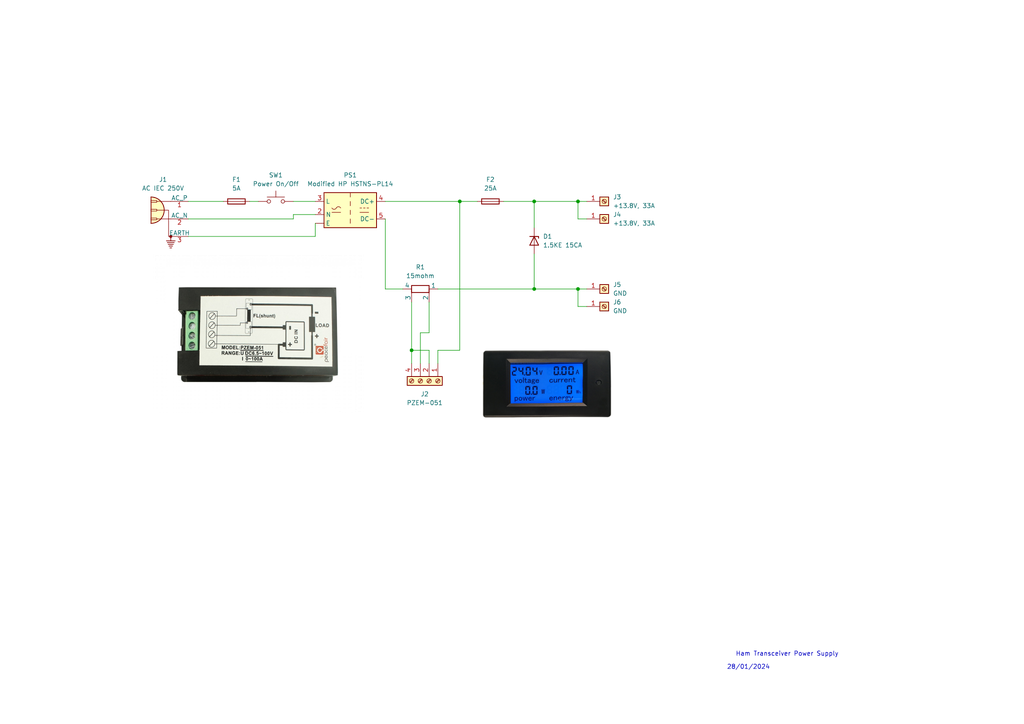
<source format=kicad_sch>
(kicad_sch (version 20211123) (generator eeschema)
  (paper "A4")
  (lib_symbols
    (symbol "Connector:Conn_WallSocket_Earth" (pin_names (offset 0))
      (property "Reference" "J" (at 3.81 6.985 0))
      (property "Value" "Conn_WallSocket_Earth" (at 7.62 2.54 90))
      (symbol "Conn_WallSocket_Earth_0_1"
        (circle (center 0 -5.08) (radius 0.3556) (fill (type outline)))
        (polyline (pts (xy -1.27 -6.35) (xy 1.27 -6.35)) (stroke (width 0.2032)))
        (polyline (pts (xy 0 -5.08) (xy 0 -6.35)) (stroke (width 0.2032)))
        (polyline (pts (xy 0.254 -8.382) (xy -0.254 -8.382)) (stroke (width 0.2032)))
        (polyline (pts (xy 0.508 -7.874) (xy -0.508 -7.874)) (stroke (width 0.2032)))
        (polyline (pts (xy 0.762 -7.366) (xy -0.762 -7.366)) (stroke (width 0.2032)))
        (polyline (pts (xy 1.016 -6.858) (xy -1.016 -6.858)) (stroke (width 0.2032)))
        (polyline (pts (xy 4.064 0) (xy 0 0)))
        (polyline (pts (xy 4.064 5.08) (xy 0 5.08)))
        (polyline (pts (xy 5.715 -1.27) (xy 5.715 6.35)) (stroke (width 0.254)))
        (polyline (pts (xy 0 -5.08) (xy 0.635 -5.08) (xy 0.635 2.54) (xy 4.064 2.54)))
        (rectangle (start 5.715 -0.254) (end 4.064 0.254))
        (rectangle (start 5.715 2.286) (end 4.064 2.794))
        (rectangle (start 5.715 4.826) (end 4.064 5.334))
        (arc (start 5.715 6.35) (mid 1.905 2.54) (end 5.715 -1.27) (stroke (width 0.254)) (fill (type background)))
      )
      (symbol "Conn_WallSocket_Earth_1_1"
        (pin power_in line (at -5.08 5.08 0) (length 5.08) (name "AC_P") (number "1"))
        (pin power_in line (at -5.08 0 0) (length 5.08) (name "AC_N") (number "2"))
        (pin passive line (at -5.08 -5.08 0) (length 5.08) (name "EARTH") (number "3"))
      )
    )
    (symbol "Connector:Screw_Terminal_01x01" (pin_names (offset 1.016) hide)
      (property "Reference" "J" (at 0 2.54 0))
      (property "Value" "Screw_Terminal_01x01" (at 0 -2.54 0))
      (symbol "Screw_Terminal_01x01_1_1"
        (rectangle (start -1.27 1.27) (end 1.27 -1.27) (stroke (width 0.254)) (fill (type background)))
        (polyline (pts (xy -0.5334 0.3302) (xy 0.3302 -0.508)) (stroke (width 0.1524)))
        (polyline (pts (xy -0.3556 0.508) (xy 0.508 -0.3302)) (stroke (width 0.1524)))
        (circle (center 0 0) (radius 0.635) (stroke (width 0.1524)))
        (pin passive line (at -5.08 0 0) (length 3.81) (name "Pin_1") (number "1"))
      )
    )
    (symbol "Connector:Screw_Terminal_01x04" (pin_names (offset 1.016) hide)
      (property "Reference" "J" (at 0 5.08 0))
      (property "Value" "Screw_Terminal_01x04" (at 0 -7.62 0))
      (symbol "Screw_Terminal_01x04_1_1"
        (rectangle (start -1.27 3.81) (end 1.27 -6.35) (stroke (width 0.254)) (fill (type background)))
        (circle (center 0 -5.08) (radius 0.635) (stroke (width 0.1524)))
        (circle (center 0 -2.54) (radius 0.635) (stroke (width 0.1524)))
        (polyline (pts (xy -0.5334 -4.7498) (xy 0.3302 -5.588)) (stroke (width 0.1524)))
        (polyline (pts (xy -0.5334 -2.2098) (xy 0.3302 -3.048)) (stroke (width 0.1524)))
        (polyline (pts (xy -0.5334 0.3302) (xy 0.3302 -0.508)) (stroke (width 0.1524)))
        (polyline (pts (xy -0.5334 2.8702) (xy 0.3302 2.032)) (stroke (width 0.1524)))
        (polyline (pts (xy -0.3556 -4.572) (xy 0.508 -5.4102)) (stroke (width 0.1524)))
        (polyline (pts (xy -0.3556 -2.032) (xy 0.508 -2.8702)) (stroke (width 0.1524)))
        (polyline (pts (xy -0.3556 0.508) (xy 0.508 -0.3302)) (stroke (width 0.1524)))
        (polyline (pts (xy -0.3556 3.048) (xy 0.508 2.2098)) (stroke (width 0.1524)))
        (circle (center 0 0) (radius 0.635) (stroke (width 0.1524)))
        (circle (center 0 2.54) (radius 0.635) (stroke (width 0.1524)))
        (pin passive line (at -5.08 2.54 0) (length 3.81) (name "Pin_1") (number "1"))
        (pin passive line (at -5.08 0 0) (length 3.81) (name "Pin_2") (number "2"))
        (pin passive line (at -5.08 -2.54 0) (length 3.81) (name "Pin_3") (number "3"))
        (pin passive line (at -5.08 -5.08 0) (length 3.81) (name "Pin_4") (number "4"))
      )
    )
    (symbol "Converter_ACDC:VTX-214-015-148"
      (property "Reference" "PS?" (at 0 10.16 0))
      (property "Value" "Modified HP HSTNS-PL14" (at 0 7.62 0))
      (symbol "VTX-214-015-148_0_1"
        (rectangle (start -7.62 5.08) (end 7.62 -5.08) (stroke (width 0.254)) (fill (type background)))
        (arc (start -5.334 0.635) (mid -4.699 0.2495) (end -4.064 0.635))
        (arc (start -2.794 0.635) (mid -3.429 1.0072) (end -4.064 0.635))
        (polyline (pts (xy -5.334 -0.635) (xy -2.794 -0.635)))
        (polyline (pts (xy 2.794 -0.635) (xy 5.334 -0.635)))
        (polyline (pts (xy 2.794 0.635) (xy 3.302 0.635)))
        (polyline (pts (xy 3.81 0.635) (xy 4.318 0.635)))
        (polyline (pts (xy 4.826 0.635) (xy 5.334 0.635)))
      )
      (symbol "VTX-214-015-148_1_1"
        (polyline (pts (xy 0 -2.54) (xy 0 -3.81)))
        (polyline (pts (xy 0 0) (xy 0 -1.27)))
        (polyline (pts (xy 0 2.54) (xy 0 1.27)))
        (polyline (pts (xy 0 5.08) (xy 0 3.81)))
        (pin input line (at -10.16 -3.81 0) (length 2.54) (name "E") (number ""))
        (pin no_connect line (at 0 -5.08 90) (length 2.54) hide (name "FG") (number "1"))
        (pin power_in line (at -10.16 -1.27 0) (length 2.54) (name "N") (number "2"))
        (pin power_in line (at -10.16 2.54 0) (length 2.54) (name "L") (number "3"))
        (pin power_out line (at 10.16 2.54 180) (length 2.54) (name "DC+") (number "4"))
        (pin power_out line (at 10.16 -2.54 180) (length 2.54) (name "DC-") (number "5"))
      )
    )
    (symbol "Device:D_Zener" (pin_numbers hide) (pin_names (offset 1.016) hide)
      (property "Reference" "D" (at 0 2.54 0))
      (property "Value" "D_Zener" (at 0 -2.54 0))
      (symbol "D_Zener_0_1"
        (polyline (pts (xy 1.27 0) (xy -1.27 0)))
        (polyline (pts (xy -1.27 -1.27) (xy -1.27 1.27) (xy -0.762 1.27)) (stroke (width 0.254)))
        (polyline (pts (xy 1.27 -1.27) (xy 1.27 1.27) (xy -1.27 0) (xy 1.27 -1.27)) (stroke (width 0.254)))
      )
      (symbol "D_Zener_1_1"
        (pin passive line (at -3.81 0 0) (length 2.54) (name "K") (number "1"))
        (pin passive line (at 3.81 0 180) (length 2.54) (name "A") (number "2"))
      )
    )
    (symbol "Device:Fuse" (pin_numbers hide) (pin_names (offset 0))
      (property "Reference" "F" (at 2.032 0 90))
      (property "Value" "Fuse" (at -1.905 0 90))
      (symbol "Fuse_0_1"
        (rectangle (start -0.762 -2.54) (end 0.762 2.54) (stroke (width 0.254)))
        (polyline (pts (xy 0 2.54) (xy 0 -2.54)))
      )
      (symbol "Fuse_1_1"
        (pin passive line (at 0 3.81 270) (length 1.27) (name "~") (number "1"))
        (pin passive line (at 0 -3.81 90) (length 1.27) (name "~") (number "2"))
      )
    )
    (symbol "Device:R_Shunt" (pin_numbers hide) (pin_names (offset 0))
      (property "Reference" "R" (at -4.445 0 90))
      (property "Value" "R_Shunt" (at -2.54 0 90))
      (symbol "R_Shunt_0_1"
        (rectangle (start -1.016 -2.54) (end 1.016 2.54) (stroke (width 0.254)))
        (polyline (pts (xy 0 -2.54) (xy 1.27 -2.54)))
        (polyline (pts (xy 1.27 2.54) (xy 0 2.54)))
      )
      (symbol "R_Shunt_1_1"
        (pin passive line (at 0 5.08 270) (length 2.54) (name "1") (number "1"))
        (pin passive line (at 3.81 2.54 180) (length 2.54) (name "2") (number "2"))
        (pin passive line (at 3.81 -2.54 180) (length 2.54) (name "3") (number "3"))
        (pin passive line (at 0 -5.08 90) (length 2.54) (name "4") (number "4"))
      )
    )
    (symbol "Switch:SW_Push" (pin_numbers hide) (pin_names (offset 1.016) hide)
      (property "Reference" "SW" (at 1.27 2.54 0))
      (property "Value" "SW_Push" (at 0 -1.524 0))
      (symbol "SW_Push_0_1"
        (circle (center -2.032 0) (radius 0.508))
        (polyline (pts (xy 0 1.27) (xy 0 3.048)))
        (polyline (pts (xy 2.54 1.27) (xy -2.54 1.27)))
        (circle (center 2.032 0) (radius 0.508))
        (pin passive line (at -5.08 0 0) (length 2.54) (name "1") (number "1"))
        (pin passive line (at 5.08 0 180) (length 2.54) (name "2") (number "2"))
      )
    )
  )
  (junction (at 154.94 83.82))
  (junction (at 167.64 83.82))
  (junction (at 133.35 58.42))
  (junction (at 119.38 101.6))
  (junction (at 167.64 58.42))
  (junction (at 154.94 58.42))
  (wire (pts (xy 74.93 58.42) (xy 72.39 58.42)))
  (wire (pts (xy 170.18 83.82) (xy 167.64 83.82)))
  (wire (pts (xy 116.84 83.82) (xy 111.76 83.82)))
  (wire (pts (xy 119.38 87.63) (xy 119.38 101.6)))
  (wire (pts (xy 124.46 105.41) (xy 124.46 101.6)))
  (wire (pts (xy 154.94 83.82) (xy 154.94 73.66)))
  (wire (pts (xy 133.35 58.42) (xy 138.43 58.42)))
  (wire (pts (xy 121.92 96.52) (xy 124.46 96.52)))
  (wire (pts (xy 146.05 58.42) (xy 154.94 58.42)))
  (wire (pts (xy 124.46 96.52) (xy 124.46 87.63)))
  (wire (pts (xy 170.18 63.5) (xy 167.64 63.5)))
  (wire (pts (xy 85.09 62.23) (xy 85.09 63.5)))
  (wire (pts (xy 133.35 101.6) (xy 133.35 58.42)))
  (wire (pts (xy 54.61 58.42) (xy 64.77 58.42)))
  (wire (pts (xy 111.76 63.5) (xy 111.76 83.82)))
  (wire (pts (xy 127 83.82) (xy 154.94 83.82)))
  (wire (pts (xy 111.76 58.42) (xy 133.35 58.42)))
  (wire (pts (xy 154.94 58.42) (xy 154.94 66.04)))
  (wire (pts (xy 124.46 101.6) (xy 119.38 101.6)))
  (wire (pts (xy 154.94 83.82) (xy 167.64 83.82)))
  (wire (pts (xy 170.18 58.42) (xy 167.64 58.42)))
  (wire (pts (xy 170.18 88.9) (xy 167.64 88.9)))
  (wire (pts (xy 167.64 63.5) (xy 167.64 58.42)))
  (wire (pts (xy 167.64 58.42) (xy 154.94 58.42)))
  (wire (pts (xy 121.92 105.41) (xy 121.92 96.52)))
  (wire (pts (xy 167.64 88.9) (xy 167.64 83.82)))
  (wire (pts (xy 127 105.41) (xy 127 101.6)))
  (wire (pts (xy 91.44 68.58) (xy 91.44 64.77)))
  (wire (pts (xy 127 101.6) (xy 133.35 101.6)))
  (wire (pts (xy 91.44 62.23) (xy 85.09 62.23)))
  (wire (pts (xy 85.09 58.42) (xy 91.44 58.42)))
  (wire (pts (xy 54.61 68.58) (xy 91.44 68.58)))
  (wire (pts (xy 85.09 63.5) (xy 54.61 63.5)))
  (wire (pts (xy 119.38 105.41) (xy 119.38 101.6)))
  (image (at 158.75 111.76) (scale 0.634491))
  (image (at 74.93 96.52) (scale 0.603382))
  (text "Ham Transceiver Power Supply" (at 213.36 190.5 0) (effects (font (size 1.27 1.27)) (justify left bottom)))
  (text "28/01/2024" (at 210.82 194.31 0) (effects (font (size 1.27 1.27)) (justify left bottom)))
  (symbol (lib_id "Connector:Screw_Terminal_01x04") (at 124.46 110.49 270) (unit 1)
    (property "Reference" "J2" (at 123.19 114.3 90))
    (property "Value" "PZEM-051" (at 123.19 116.84 90))
  )
  (symbol (lib_id "Connector:Screw_Terminal_01x01") (at 175.26 83.82 0) (unit 1)
    (property "Reference" "J5" (at 177.8 82.5499 0) (effects (justify left)))
    (property "Value" "GND" (at 177.8 85.0899 0) (effects (justify left)))
  )
  (symbol (lib_id "Device:Fuse") (at 142.24 58.42 270) (unit 1)
    (property "Reference" "F2" (at 142.24 52.07 90))
    (property "Value" "25A" (at 142.24 54.61 90))
  )
  (symbol (lib_id "Device:Fuse") (at 68.58 58.42 270) (unit 1)
    (property "Reference" "F1" (at 68.58 52.07 90))
    (property "Value" "5A" (at 68.58 54.61 90))
  )
  (symbol (lib_id "Device:D_Zener") (at 154.94 69.85 270) (unit 1)
    (property "Reference" "D1" (at 157.48 68.5799 90) (effects (justify left)))
    (property "Value" "1.5KE 15CA" (at 157.48 71.1199 90) (effects (justify left)))
  )
  (symbol (lib_id "Connector:Screw_Terminal_01x01") (at 175.26 63.5 0) (unit 1)
    (property "Reference" "J4" (at 177.8 62.2299 0) (effects (justify left)))
    (property "Value" "+13.8V, 33A" (at 177.8 64.7699 0) (effects (justify left)))
  )
  (symbol (lib_id "Connector:Screw_Terminal_01x01") (at 175.26 58.42 0) (unit 1)
    (property "Reference" "J3" (at 177.8 57.1499 0) (effects (justify left)))
    (property "Value" "+13.8V, 33A" (at 177.8 59.6899 0) (effects (justify left)))
  )
  (symbol (lib_id "Device:R_Shunt") (at 121.92 83.82 270) (unit 1)
    (property "Reference" "R1" (at 121.92 77.47 90))
    (property "Value" "15mohm" (at 121.92 80.01 90))
  )
  (symbol (lib_id "Connector:Screw_Terminal_01x01") (at 175.26 88.9 0) (unit 1)
    (property "Reference" "J6" (at 177.8 87.6299 0) (effects (justify left)))
    (property "Value" "GND" (at 177.8 90.1699 0) (effects (justify left)))
  )
  (symbol (lib_id "Converter_ACDC:VTX-214-015-148") (at 101.6 60.96 0) (unit 1)
    (property "Reference" "PS1" (at 101.6 50.8 0))
    (property "Value" "Modified HP HSTNS-PL14" (at 101.6 53.34 0))
    (property "Footprint" "Converter_ACDC:Converter_ACDC_Vigortronix_VTX-214-015-1xx_THT" (effects hide))
    (property "Datasheet" "http://www.vigortronix.com/15WattSMPSPCBModuleAC-DC" (effects hide))
  )
  (symbol (lib_id "Switch:SW_Push") (at 80.01 58.42 0) (unit 1)
    (property "Reference" "SW1" (at 80.01 50.8 0))
    (property "Value" "Power On/Off" (at 80.01 53.34 0))
  )
  (symbol (lib_id "Connector:Conn_WallSocket_Earth") (at 49.53 63.5 0) (mirror y) (unit 1)
    (property "Reference" "J1" (at 47.2948 52.07 0))
    (property "Value" "AC IEC 250V" (at 47.2948 54.61 0))
  )
)
</source>
